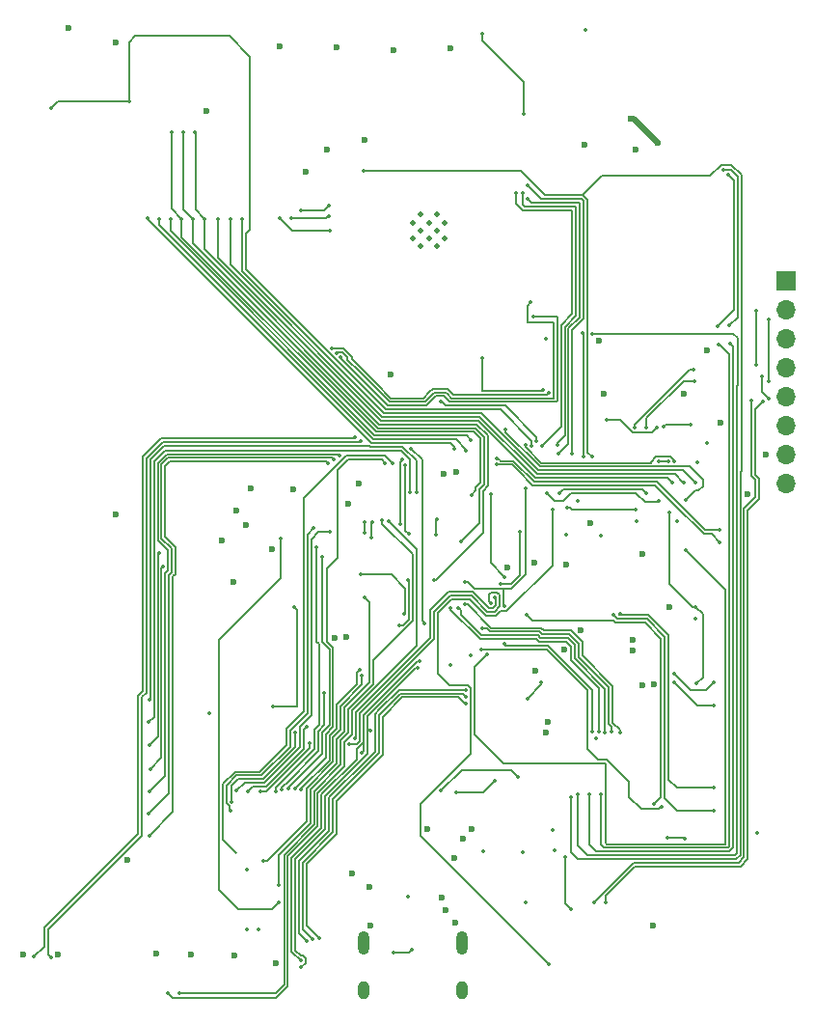
<source format=gbr>
%TF.GenerationSoftware,KiCad,Pcbnew,(6.0.11)*%
%TF.CreationDate,2023-04-23T13:39:53-07:00*%
%TF.ProjectId,EV6 Board Design,45563620-426f-4617-9264-204465736967,rev?*%
%TF.SameCoordinates,Original*%
%TF.FileFunction,Copper,L4,Bot*%
%TF.FilePolarity,Positive*%
%FSLAX46Y46*%
G04 Gerber Fmt 4.6, Leading zero omitted, Abs format (unit mm)*
G04 Created by KiCad (PCBNEW (6.0.11)) date 2023-04-23 13:39:53*
%MOMM*%
%LPD*%
G01*
G04 APERTURE LIST*
%TA.AperFunction,ComponentPad*%
%ADD10R,1.700000X1.700000*%
%TD*%
%TA.AperFunction,ComponentPad*%
%ADD11O,1.700000X1.700000*%
%TD*%
%TA.AperFunction,ComponentPad*%
%ADD12C,0.500000*%
%TD*%
%TA.AperFunction,ComponentPad*%
%ADD13O,1.000000X2.100000*%
%TD*%
%TA.AperFunction,ComponentPad*%
%ADD14O,1.000000X1.600000*%
%TD*%
%TA.AperFunction,ViaPad*%
%ADD15C,0.350000*%
%TD*%
%TA.AperFunction,ViaPad*%
%ADD16C,0.600000*%
%TD*%
%TA.AperFunction,Conductor*%
%ADD17C,0.127000*%
%TD*%
%TA.AperFunction,Conductor*%
%ADD18C,0.500000*%
%TD*%
G04 APERTURE END LIST*
D10*
%TO.P,J4,1,Pin_1*%
%TO.N,/DISP_BL*%
X272250000Y-92560000D03*
D11*
%TO.P,J4,2,Pin_2*%
%TO.N,/DISP_RSTR*%
X272250000Y-95100000D03*
%TO.P,J4,3,Pin_3*%
%TO.N,/DISP_DC*%
X272250000Y-97640000D03*
%TO.P,J4,4,Pin_4*%
%TO.N,/DISP_CS*%
X272250000Y-100180000D03*
%TO.P,J4,5,Pin_5*%
%TO.N,/DISP_SPI_SCK*%
X272250000Y-102720000D03*
%TO.P,J4,6,Pin_6*%
%TO.N,/DISP_SPI_MOSI*%
X272250000Y-105260000D03*
%TO.P,J4,7,Pin_7*%
%TO.N,GND*%
X272250000Y-107800000D03*
%TO.P,J4,8,Pin_8*%
%TO.N,/VIN*%
X272250000Y-110340000D03*
%TD*%
D12*
%TO.P,U11,41*%
%TO.N,N/C*%
X241600000Y-88185000D03*
X242300000Y-87485000D03*
X240900000Y-88885000D03*
X240200000Y-86785000D03*
X241600000Y-86785000D03*
X239500000Y-88885000D03*
X242300000Y-88885000D03*
X241600000Y-89585000D03*
X239500000Y-87485000D03*
X240900000Y-87485000D03*
X240200000Y-88185000D03*
X240200000Y-89585000D03*
%TD*%
D13*
%TO.P,J9,S1,SHIELD*%
%TO.N,unconnected-(J9-PadS1)*%
X243770000Y-150670000D03*
X235130000Y-150670000D03*
D14*
X243770000Y-154850000D03*
X235130000Y-154850000D03*
%TD*%
D15*
%TO.N,/UI_SWDIO*%
X261840000Y-141470000D03*
X263320000Y-141500000D03*
D16*
%TO.N,GND*%
X254555000Y-80655000D03*
X209290000Y-70400000D03*
%TO.N,Net-(D10-Pad1)*%
X213380000Y-71700000D03*
%TO.N,+3.3V*%
X221350000Y-77730000D03*
%TO.N,GND*%
X237550000Y-100840000D03*
X230100000Y-83050000D03*
%TO.N,+3.3V*%
X231940000Y-81050000D03*
%TO.N,GND*%
X235209500Y-80200500D03*
%TO.N,+3.3V*%
X227790000Y-72020000D03*
X232800000Y-72140000D03*
X237800000Y-72340000D03*
X242800000Y-72180000D03*
%TO.N,Net-(J15-Pad2)*%
X260980000Y-80510000D03*
X258650000Y-78400000D03*
%TO.N,/VIN*%
X259000000Y-81110000D03*
%TO.N,+3.3V*%
X265300000Y-98700000D03*
%TO.N,/VIN*%
X255863000Y-97887000D03*
%TO.N,GND*%
X256250000Y-102460000D03*
X263310000Y-102470000D03*
X266525500Y-105050000D03*
X270430000Y-107800000D03*
%TO.N,/VIN*%
X268880000Y-111320000D03*
%TO.N,GND*%
X262000000Y-121200000D03*
X259650000Y-116550000D03*
X255100878Y-113816541D03*
X252950000Y-117500000D03*
%TO.N,+3.3VA*%
X250150000Y-117300000D03*
%TO.N,GND*%
X247750000Y-117700000D03*
X243300000Y-109350000D03*
%TO.N,+3.3V*%
X242200000Y-109550000D03*
X233800000Y-112120000D03*
%TO.N,GND*%
X234750000Y-110400000D03*
%TO.N,Net-(D10-Pad1)*%
X213380000Y-113120000D03*
%TO.N,GND*%
X228960000Y-110850000D03*
X225250000Y-110820000D03*
X227100000Y-116150000D03*
X224800000Y-114050000D03*
%TO.N,+BATT*%
X224015000Y-112735000D03*
X222690000Y-115390000D03*
%TO.N,VBUS*%
X223750000Y-119000000D03*
%TO.N,+3.3V*%
X233600000Y-123850000D03*
%TO.N,GND*%
X232606611Y-123960377D03*
X251190497Y-132249503D03*
%TO.N,+3.3V*%
X251300000Y-131250000D03*
%TO.N,GND*%
X250250000Y-126770000D03*
%TO.N,+3.3VA*%
X252775000Y-124925000D03*
%TO.N,GND*%
X254240000Y-123250000D03*
X258812206Y-124092206D03*
%TO.N,+3.3VA*%
X258800000Y-125050000D03*
X259650000Y-128110000D03*
%TO.N,GND*%
X260620000Y-128010000D03*
X240733000Y-140660023D03*
%TO.N,+3.3V*%
X244655000Y-140725000D03*
%TO.N,GND*%
X243900000Y-141510000D03*
%TO.N,/VIN*%
X243120000Y-143230000D03*
%TO.N,GND*%
X214450000Y-143380000D03*
%TO.N,+3.3V*%
X205250000Y-151680000D03*
%TO.N,GND*%
X208320000Y-151660000D03*
%TO.N,+3.3V*%
X217000000Y-151610000D03*
%TO.N,GND*%
X220050000Y-151730000D03*
X227434813Y-152423000D03*
%TO.N,+3.3V*%
X223800000Y-151790000D03*
%TO.N,VBUS*%
X234125688Y-144574312D03*
X235635000Y-145785000D03*
%TO.N,GND*%
X235780000Y-149170000D03*
X242050000Y-146713000D03*
%TO.N,VBUS*%
X242360000Y-147790000D03*
%TO.N,GND*%
X243200000Y-148920000D03*
X260590000Y-149170000D03*
D15*
%TO.N,/DISP_RSTR*%
X270690000Y-95950000D03*
X270690000Y-101430000D03*
%TO.N,/DISP_CS*%
X269610000Y-99980000D03*
X269599609Y-95187104D03*
%TO.N,/DISP_SPI_MOSI*%
X270725411Y-102939103D03*
X270160000Y-101002000D03*
%TO.N,/DISP_CS*%
X238586331Y-108245758D03*
X238360000Y-113912000D03*
%TO.N,/DISP_BL*%
X238780000Y-108760000D03*
X239118801Y-114801199D03*
%TO.N,/NET_BOOT*%
X251130000Y-97660000D03*
%TO.N,/UI_RST*%
X247203563Y-119146500D03*
X248900000Y-114650000D03*
%TO.N,/UI_SWDIO*%
X229030000Y-121230000D03*
X227174713Y-129914713D03*
%TO.N,+3.3V*%
X252950000Y-114900000D03*
X244550000Y-125450000D03*
X262679913Y-113643530D03*
X251740000Y-140740000D03*
X255609462Y-132750538D03*
X251900000Y-142549500D03*
X264280000Y-122270000D03*
X249400000Y-147100000D03*
X224890378Y-149513556D03*
X265300000Y-106800000D03*
X256000000Y-114950000D03*
X259100000Y-113650000D03*
X225920000Y-149474500D03*
%TO.N,VBUS*%
X249150000Y-142700000D03*
%TO.N,GND*%
X239083725Y-146649500D03*
X253940000Y-111940000D03*
X221650000Y-130500000D03*
X245688000Y-142650000D03*
X224935000Y-144215000D03*
X242750000Y-126300000D03*
X254600000Y-70550000D03*
X264450500Y-108550000D03*
X269750000Y-141050000D03*
%TO.N,/UI_SDA*%
X229624500Y-152240000D03*
X240050000Y-125950000D03*
X234970000Y-133990000D03*
%TO.N,/UI_SCL*%
X229624500Y-152789503D03*
X235730000Y-132030000D03*
X239910562Y-126538104D03*
%TO.N,Net-(D11-Pad1)*%
X227742000Y-147154500D03*
X227860000Y-115160000D03*
%TO.N,/USB_D-*%
X239406188Y-151306188D03*
X237800000Y-151550000D03*
%TO.N,/MCLK*%
X255261051Y-132125538D03*
X247530000Y-124464047D03*
X249372000Y-110805504D03*
X262466003Y-108448500D03*
X247548500Y-121120000D03*
X244080403Y-118991217D03*
X249373725Y-106991851D03*
%TO.N,/NET_SDA*%
X206250000Y-151890000D03*
X234424500Y-106308000D03*
%TO.N,/NET_SCL*%
X207708220Y-151944041D03*
X234927130Y-106635000D03*
%TO.N,/MGMT_BOOT*%
X251460000Y-152560000D03*
X251730000Y-112653000D03*
%TO.N,/MGMT_NRST*%
X261980000Y-112930000D03*
X264360000Y-127940000D03*
X264280000Y-121180000D03*
X252880000Y-143150000D03*
X253410000Y-147710000D03*
%TO.N,/IN_3*%
X244150000Y-129670000D03*
X231250000Y-150270000D03*
X249520287Y-129259713D03*
X250774500Y-127790000D03*
%TO.N,/NET_RST*%
X255195000Y-108045000D03*
X253330000Y-137900000D03*
X235180000Y-82960000D03*
%TO.N,/UI_RST*%
X249478331Y-121910000D03*
X260660000Y-138490000D03*
%TO.N,/MIC_P*%
X230160000Y-150470000D03*
X244156500Y-128470000D03*
%TO.N,/LEDA_R*%
X222400000Y-87150000D03*
X262249964Y-110250036D03*
%TO.N,/LEDA_G*%
X223450000Y-87150000D03*
X263249397Y-110261821D03*
%TO.N,/LEDA_B*%
X224500000Y-87150000D03*
X264268261Y-110315885D03*
%TO.N,/KB_COL3*%
X230420170Y-133115000D03*
X226147000Y-137400000D03*
X233912670Y-133231671D03*
X246345000Y-120845000D03*
%TO.N,/KB_COL4*%
X246670000Y-120350000D03*
X234382573Y-132761769D03*
%TO.N,/UI_TX3*%
X237339388Y-113641212D03*
X218010000Y-155120000D03*
%TO.N,/UI_RX3*%
X236790000Y-113630000D03*
X219020000Y-155070000D03*
%TO.N,/NET_TX0_MGMT*%
X249590000Y-84220000D03*
X255968792Y-137679969D03*
X266270552Y-96540411D03*
X253473500Y-107746500D03*
X267160000Y-83285763D03*
X266331312Y-98180351D03*
%TO.N,/KB_MIC*%
X237679713Y-108570287D03*
%TO.N,/NET_RX0_MGMT*%
X254969290Y-137680604D03*
X267270000Y-96530000D03*
X252266750Y-107786750D03*
X267330000Y-98140000D03*
X249570000Y-85390000D03*
X266722000Y-82847763D03*
%TO.N,/KB_ROW5*%
X237060000Y-108570000D03*
X229144626Y-137108384D03*
%TO.N,/KB_ROW1*%
X223501000Y-139085414D03*
X230800000Y-114300000D03*
%TO.N,/KB_ROW2*%
X224028265Y-137315620D03*
X232200000Y-114650000D03*
%TO.N,/KB_ROW3*%
X231041676Y-115961775D03*
X227473000Y-137397000D03*
%TO.N,/MIC_N*%
X244156500Y-129110000D03*
X230705570Y-150344494D03*
%TO.N,/KB_ROW4*%
X231500000Y-116850000D03*
X228525200Y-137108384D03*
%TO.N,/KB_ROW6*%
X234848560Y-126749350D03*
X229684820Y-137209102D03*
%TO.N,/KB_ROW7*%
X226380000Y-143500000D03*
X235032928Y-127267000D03*
%TO.N,/LEDB_R*%
X247641224Y-105652000D03*
X243159164Y-107323319D03*
X263439628Y-111830912D03*
X216203414Y-87103046D03*
%TO.N,/LEDB_G*%
X244149583Y-107457756D03*
X217200692Y-87169691D03*
%TO.N,/LEDB_B*%
X244605068Y-106554932D03*
X218200000Y-87150000D03*
%TO.N,/SPK_LN*%
X265924500Y-129870000D03*
X262400000Y-127780000D03*
%TO.N,/SPK_LP*%
X265924500Y-127850000D03*
X262410000Y-127070000D03*
%TO.N,/HP_R*%
X257695834Y-121821500D03*
X265924500Y-137050000D03*
%TO.N,/HP_L*%
X257110000Y-121930000D03*
X265924500Y-139050000D03*
%TO.N,/KB_COL5*%
X231731500Y-128747000D03*
X227981659Y-137189108D03*
%TO.N,/KB_COL2*%
X230200000Y-131687000D03*
X225027000Y-137354767D03*
%TO.N,/BTN_RST*%
X259059238Y-112651329D03*
X207745000Y-77415000D03*
X214550000Y-76840000D03*
X252990000Y-112480000D03*
X249919030Y-107059622D03*
%TO.N,/BTN_UI*%
X252390000Y-111200000D03*
X259990000Y-111200000D03*
X249130000Y-84870000D03*
X252157938Y-106957938D03*
%TO.N,/BTN_NET*%
X251247563Y-111200000D03*
X250795000Y-107115000D03*
X261040000Y-111890000D03*
X248580641Y-84857458D03*
X245600000Y-70920000D03*
X249180000Y-77960000D03*
%TO.N,/KB_COL1*%
X229155000Y-132239000D03*
X223593000Y-138281470D03*
%TO.N,/UI_STAT*%
X238728000Y-121835000D03*
X261916500Y-108448500D03*
X261040500Y-108448500D03*
X246011901Y-125340547D03*
X263465523Y-116194477D03*
X234930000Y-118350000D03*
%TO.N,/UI_BOOT*%
X240540000Y-122641000D03*
X239330937Y-107289063D03*
X261290000Y-138740000D03*
X245520000Y-124920000D03*
X241900000Y-103150500D03*
X250356664Y-106615782D03*
%TO.N,/NET_LED_B*%
X227800000Y-87100000D03*
X232200000Y-88200000D03*
%TO.N,/NET_LED_G*%
X228799503Y-87100000D03*
X232100000Y-86900000D03*
%TO.N,/NET_LED_R*%
X229650000Y-86437000D03*
X232090000Y-86010000D03*
%TO.N,Net-(R41-Pad1)*%
X235280000Y-120380000D03*
X227710000Y-145560000D03*
%TO.N,/UI_DBG1*%
X216330000Y-129360000D03*
X239800000Y-111100000D03*
%TO.N,/UI_LED_B*%
X238300000Y-122790000D03*
X221198509Y-87150000D03*
X239055000Y-118880000D03*
X220354063Y-79575500D03*
X241350500Y-118815000D03*
%TO.N,/NET_STAT*%
X245590000Y-99400000D03*
X263888000Y-105190962D03*
X261469096Y-105418881D03*
X250901109Y-102127000D03*
%TO.N,/UI_LED_G*%
X220199006Y-87150000D03*
X243700000Y-115450000D03*
X219350000Y-79570000D03*
%TO.N,/NET_BOOT*%
X254362000Y-97190000D03*
X254473000Y-107973000D03*
X253970000Y-137660000D03*
X255238000Y-97230000D03*
%TO.N,/UI_LED_R*%
X244612104Y-111350000D03*
X219199503Y-87150000D03*
X218300000Y-79575500D03*
X247567728Y-118592272D03*
X246314023Y-111285977D03*
%TO.N,/UI_DBG2*%
X239250497Y-111100000D03*
X216320000Y-131290000D03*
%TO.N,/UI_DBG3*%
X216340000Y-133310000D03*
X217206500Y-116460000D03*
%TO.N,/UI_DBG4*%
X216450000Y-135410000D03*
X217533500Y-117620000D03*
%TO.N,/MGMT_DBG7*%
X216360000Y-141240000D03*
X251400500Y-102454000D03*
X232073935Y-108562000D03*
X256514062Y-104784062D03*
X260920000Y-105440000D03*
X232371783Y-98543990D03*
%TO.N,/NET_DBG5*%
X233030000Y-107908000D03*
X250040000Y-95750000D03*
X216360000Y-137400000D03*
X233148897Y-99321104D03*
%TO.N,/NET_DBG6*%
X249850000Y-94500000D03*
X216320000Y-139350000D03*
X232760340Y-98932547D03*
X232528897Y-108235000D03*
%TO.N,/UI_TX2_MGMT*%
X246880000Y-108720000D03*
X266430000Y-115530000D03*
%TO.N,/MGMT_SWDIO*%
X264170000Y-101360000D03*
X269220000Y-103090000D03*
X259970000Y-105462000D03*
X255400000Y-147080000D03*
%TO.N,/MGMT_SWCLK*%
X264147794Y-100360745D03*
X270217737Y-103149389D03*
X256430000Y-147080000D03*
X258940644Y-105430644D03*
%TO.N,/UI_RX2_MGMT*%
X246880000Y-108170497D03*
X266420000Y-114480000D03*
%TO.N,/I2S_DACLRC*%
X243500000Y-121291000D03*
X256355439Y-132213388D03*
X241540000Y-114850000D03*
X241575500Y-113527306D03*
%TO.N,/UI_TX1_NET*%
X235880000Y-115120000D03*
X235890000Y-113770000D03*
%TO.N,/UI_RX1_NET*%
X235270000Y-114668000D03*
X235240713Y-113761287D03*
%TO.N,/I2S_BCLK*%
X242824500Y-121291000D03*
X255810209Y-132144995D03*
%TO.N,/I2S_ADCDAT*%
X257690000Y-132190000D03*
X244075500Y-120972000D03*
%TO.N,/I2S_DACDAT*%
X256903586Y-132174818D03*
X245561808Y-123118192D03*
%TO.N,/USB_TX1_MGMT*%
X241980000Y-137310000D03*
X248690000Y-136092000D03*
%TO.N,/USB_RX1_MGMT*%
X243260000Y-137440000D03*
X246648500Y-136432000D03*
%TD*%
D17*
%TO.N,/UI_SWDIO*%
X263290000Y-141470000D02*
X263320000Y-141500000D01*
X261840000Y-141470000D02*
X263290000Y-141470000D01*
%TO.N,/UI_BOOT*%
X251232047Y-124902047D02*
X245537953Y-124902047D01*
X254810000Y-128480000D02*
X251232047Y-124902047D01*
X254810000Y-133640000D02*
X254810000Y-128480000D01*
X259508000Y-138928500D02*
X258470000Y-137890500D01*
X258470000Y-137890500D02*
X258470000Y-136527260D01*
X261101500Y-138928500D02*
X259508000Y-138928500D01*
X245537953Y-124902047D02*
X245520000Y-124920000D01*
X261290000Y-138740000D02*
X261101500Y-138928500D01*
X256542740Y-134600000D02*
X255770000Y-134600000D01*
X258470000Y-136527260D02*
X256542740Y-134600000D01*
X255770000Y-134600000D02*
X254810000Y-133640000D01*
%TO.N,/UI_RST*%
X249978331Y-122410000D02*
X249478331Y-121910000D01*
X259896500Y-122586500D02*
X257304052Y-122586500D01*
X261276000Y-123966000D02*
X259896500Y-122586500D01*
X261276000Y-137874000D02*
X261276000Y-123966000D01*
X260660000Y-138490000D02*
X261276000Y-137874000D01*
X257127552Y-122410000D02*
X249978331Y-122410000D01*
X257304052Y-122586500D02*
X257127552Y-122410000D01*
%TO.N,/NET_RST*%
X254800000Y-107650000D02*
X255195000Y-108045000D01*
X254800000Y-85455604D02*
X254800000Y-107650000D01*
X254416896Y-85072500D02*
X254800000Y-85455604D01*
X256119396Y-83370000D02*
X254416896Y-85072500D01*
X265579630Y-83370000D02*
X256119396Y-83370000D01*
X267449263Y-82409263D02*
X266540367Y-82409263D01*
X268320000Y-109240000D02*
X268320000Y-83280000D01*
X267860000Y-143310000D02*
X268236500Y-142933500D01*
X268320000Y-83280000D02*
X267449263Y-82409263D01*
X253330000Y-142710000D02*
X253930000Y-143310000D01*
X268236500Y-109323500D02*
X268320000Y-109240000D01*
X253330000Y-137900000D02*
X253330000Y-142710000D01*
X253930000Y-143310000D02*
X267860000Y-143310000D01*
X268236500Y-142933500D02*
X268236500Y-109323500D01*
X266540367Y-82409263D02*
X265579630Y-83370000D01*
%TO.N,/NET_SCL*%
X234816130Y-106746000D02*
X234927130Y-106635000D01*
X217531552Y-106746000D02*
X234816130Y-106746000D01*
X216114500Y-108163052D02*
X217531552Y-106746000D01*
X216114500Y-128710000D02*
X216114500Y-108163052D01*
X215720000Y-129104500D02*
X216114500Y-128710000D01*
X207490000Y-151725821D02*
X207490000Y-149490000D01*
X207490000Y-149490000D02*
X215720000Y-141260000D01*
X215720000Y-141260000D02*
X215720000Y-129104500D01*
X207708220Y-151944041D02*
X207490000Y-151725821D01*
%TO.N,/NET_SDA*%
X234313500Y-106419000D02*
X234424500Y-106308000D01*
X217396104Y-106419000D02*
X234313500Y-106419000D01*
X215787500Y-108027604D02*
X217396104Y-106419000D01*
X215393000Y-128969052D02*
X215787500Y-128574552D01*
X207163000Y-149354552D02*
X215393000Y-141124552D01*
X207163000Y-150977000D02*
X207163000Y-149354552D01*
X215393000Y-141124552D02*
X215393000Y-128969052D01*
X215787500Y-128574552D02*
X215787500Y-108027604D01*
X206250000Y-151890000D02*
X207163000Y-150977000D01*
%TO.N,/UI_LED_B*%
X220400000Y-79621437D02*
X220400000Y-86351491D01*
X220354063Y-79575500D02*
X220400000Y-79621437D01*
X220400000Y-86351491D02*
X221198509Y-87150000D01*
%TO.N,/UI_LED_G*%
X219350000Y-79570000D02*
X219350000Y-86300994D01*
X219350000Y-86300994D02*
X220199006Y-87150000D01*
%TO.N,/UI_LED_R*%
X218300000Y-79575500D02*
X218300000Y-86250497D01*
X218300000Y-86250497D02*
X219199503Y-87150000D01*
%TO.N,/UI_STAT*%
X266928500Y-119657454D02*
X263465523Y-116194477D01*
X256522000Y-142002000D02*
X266928500Y-142002000D01*
X266928500Y-142002000D02*
X266928500Y-119657454D01*
X256407292Y-141887292D02*
X256522000Y-142002000D01*
X244921500Y-132401500D02*
X247447000Y-134927000D01*
X256407292Y-134927000D02*
X256407292Y-141887292D01*
X244921500Y-126430948D02*
X244921500Y-132401500D01*
X246011901Y-125340547D02*
X244921500Y-126430948D01*
X247447000Y-134927000D02*
X256407292Y-134927000D01*
D18*
%TO.N,Net-(J15-Pad2)*%
X260980000Y-80510000D02*
X258870000Y-78400000D01*
X258870000Y-78400000D02*
X258650000Y-78400000D01*
D17*
%TO.N,/MCLK*%
X255261051Y-128468603D02*
X255261051Y-132125538D01*
X251367495Y-124575047D02*
X255261051Y-128468603D01*
X247641000Y-124575047D02*
X251367495Y-124575047D01*
X247530000Y-124464047D02*
X247641000Y-124575047D01*
%TO.N,/HP_L*%
X262700000Y-139050000D02*
X265924500Y-139050000D01*
X261603000Y-137953000D02*
X262700000Y-139050000D01*
X261603000Y-123830552D02*
X261603000Y-137953000D01*
X257439500Y-122259500D02*
X260031948Y-122259500D01*
X260031948Y-122259500D02*
X261603000Y-123830552D01*
X257110000Y-121930000D02*
X257439500Y-122259500D01*
%TO.N,/HP_R*%
X257610000Y-121907334D02*
X257695834Y-121821500D01*
X260167396Y-121932500D02*
X257610000Y-121932500D01*
X257610000Y-121932500D02*
X257610000Y-121907334D01*
X261930000Y-136340000D02*
X261930000Y-123695104D01*
X261930000Y-123695104D02*
X260167396Y-121932500D01*
X262640000Y-137050000D02*
X261930000Y-136340000D01*
X265924500Y-137050000D02*
X262640000Y-137050000D01*
%TO.N,/MGMT_BOOT*%
X240170000Y-141270000D02*
X251460000Y-152560000D01*
X240170000Y-138499867D02*
X240170000Y-141270000D01*
X244594500Y-134075367D02*
X240170000Y-138499867D01*
X244594500Y-128287867D02*
X244594500Y-134075367D01*
X244338133Y-128031500D02*
X244594500Y-128287867D01*
X242671500Y-128031500D02*
X244338133Y-128031500D01*
X241677500Y-127037500D02*
X242671500Y-128031500D01*
X241677500Y-121757396D02*
X241677500Y-127037500D01*
X244488971Y-120534000D02*
X242900896Y-120534000D01*
X247176529Y-121558500D02*
X246797529Y-121937500D01*
X247730133Y-121558500D02*
X247176529Y-121558500D01*
X246797529Y-121937500D02*
X245892471Y-121937500D01*
X251730000Y-117558633D02*
X247730133Y-121558500D01*
X245892471Y-121937500D02*
X244488971Y-120534000D01*
X251730000Y-112653000D02*
X251730000Y-117558633D01*
X242900896Y-120534000D02*
X241677500Y-121757396D01*
%TO.N,/NET_LED_R*%
X232090000Y-86010000D02*
X231663000Y-86437000D01*
X231663000Y-86437000D02*
X229650000Y-86437000D01*
%TO.N,/USB_TX1_MGMT*%
X243788559Y-135501441D02*
X241980000Y-137310000D01*
X248690000Y-136092000D02*
X248099441Y-135501441D01*
X248099441Y-135501441D02*
X243788559Y-135501441D01*
%TO.N,/USB_RX1_MGMT*%
X245640500Y-137440000D02*
X243260000Y-137440000D01*
X246648500Y-136432000D02*
X245640500Y-137440000D01*
%TO.N,Net-(D11-Pad1)*%
X222466000Y-146016000D02*
X222466000Y-124072000D01*
X227860000Y-118678000D02*
X227860000Y-115160000D01*
X224200000Y-147750000D02*
X222466000Y-146016000D01*
X227146500Y-147750000D02*
X224200000Y-147750000D01*
X222466000Y-124072000D02*
X227860000Y-118678000D01*
X227742000Y-147154500D02*
X227146500Y-147750000D01*
%TO.N,/KB_MIC*%
X222793000Y-141593000D02*
X224020000Y-142820000D01*
X222793000Y-136732104D02*
X222793000Y-141593000D01*
X222797000Y-136728104D02*
X222793000Y-136732104D01*
X223871604Y-135653500D02*
X222797000Y-136728104D01*
X226051812Y-135653500D02*
X223871604Y-135653500D01*
X229946000Y-130365419D02*
X228389500Y-131921919D01*
X228389500Y-133315812D02*
X226051812Y-135653500D01*
X233667000Y-107933000D02*
X229946000Y-111654000D01*
X237042426Y-107933000D02*
X233667000Y-107933000D01*
X228389500Y-131921919D02*
X228389500Y-133315812D01*
X237679713Y-108570287D02*
X237042426Y-107933000D01*
X229946000Y-111654000D02*
X229946000Y-130365419D01*
%TO.N,/DISP_RSTR*%
X270690000Y-101430000D02*
X270690000Y-95950000D01*
%TO.N,/DISP_CS*%
X269599609Y-99969609D02*
X269610000Y-99980000D01*
X269599609Y-95187104D02*
X269599609Y-99969609D01*
%TO.N,/DISP_SPI_MOSI*%
X270160000Y-101002000D02*
X270160000Y-102373692D01*
X270160000Y-102373692D02*
X270725411Y-102939103D01*
%TO.N,/NET_DBG5*%
X252070000Y-95750000D02*
X250040000Y-95750000D01*
X252165500Y-95845500D02*
X252070000Y-95750000D01*
X252165500Y-103132500D02*
X252165500Y-95845500D01*
X242740000Y-103219000D02*
X252079000Y-103219000D01*
X252079000Y-103219000D02*
X252165500Y-103132500D01*
X241514000Y-102712000D02*
X242233000Y-102712000D01*
X240680000Y-103546000D02*
X241514000Y-102712000D01*
X233148897Y-99398897D02*
X237296000Y-103546000D01*
X237296000Y-103546000D02*
X240680000Y-103546000D01*
X233148897Y-99321104D02*
X233148897Y-99398897D01*
X242233000Y-102712000D02*
X242740000Y-103219000D01*
%TO.N,/NET_BOOT*%
X254473000Y-97301000D02*
X254473000Y-107973000D01*
X254362000Y-97190000D02*
X254473000Y-97301000D01*
%TO.N,/DISP_CS*%
X238341500Y-108490589D02*
X238586331Y-108245758D01*
X238341500Y-108800000D02*
X238341500Y-108490589D01*
X238341500Y-113893500D02*
X238341500Y-108800000D01*
X238360000Y-113912000D02*
X238341500Y-113893500D01*
%TO.N,/DISP_BL*%
X238811997Y-114494395D02*
X238811997Y-108791997D01*
X238811997Y-108791997D02*
X238780000Y-108760000D01*
X239118801Y-114801199D02*
X238811997Y-114494395D01*
%TO.N,/I2S_DACLRC*%
X241540000Y-114850000D02*
X241540000Y-113562806D01*
X241540000Y-113562806D02*
X241575500Y-113527306D01*
%TO.N,/NET_RX0_MGMT*%
X254146000Y-95780221D02*
X254146000Y-85726500D01*
X254146000Y-85726500D02*
X249906500Y-85726500D01*
X249906500Y-85726500D02*
X249570000Y-85390000D01*
X253146500Y-106907000D02*
X253146500Y-96779721D01*
X253146500Y-96779721D02*
X254146000Y-95780221D01*
X252266750Y-107786750D02*
X253146500Y-106907000D01*
%TO.N,/UI_BOOT*%
X240290000Y-122391000D02*
X240540000Y-122641000D01*
X239330937Y-107289063D02*
X240290000Y-108248126D01*
X240290000Y-108248126D02*
X240290000Y-122391000D01*
%TO.N,/UI_DBG1*%
X235726887Y-107143000D02*
X238565448Y-107143000D01*
X235656887Y-107073000D02*
X235726887Y-107143000D01*
X217667000Y-107073000D02*
X235656887Y-107073000D01*
X239800000Y-108377552D02*
X239800000Y-111100000D01*
X216441500Y-108298500D02*
X217667000Y-107073000D01*
X238565448Y-107143000D02*
X239800000Y-108377552D01*
X216441500Y-129248500D02*
X216441500Y-108298500D01*
X216330000Y-129360000D02*
X216441500Y-129248500D01*
%TO.N,/UI_DBG2*%
X216768500Y-108433948D02*
X216768500Y-130841500D01*
X238430000Y-107470000D02*
X217732448Y-107470000D01*
X216768500Y-130841500D02*
X216320000Y-131290000D01*
X239250497Y-108290497D02*
X238430000Y-107470000D01*
X217732448Y-107470000D02*
X216768500Y-108433948D01*
X239250497Y-111100000D02*
X239250497Y-108290497D01*
%TO.N,/LEDB_R*%
X264291155Y-110979385D02*
X263439628Y-111830912D01*
X264543092Y-110979385D02*
X264291155Y-110979385D01*
X264931761Y-110590716D02*
X264543092Y-110979385D01*
X264931761Y-110041761D02*
X264931761Y-110590716D01*
X263776500Y-108886500D02*
X264931761Y-110041761D01*
X250648948Y-108886500D02*
X263776500Y-108886500D01*
X247641224Y-105878776D02*
X250648948Y-108886500D01*
X247641224Y-105652000D02*
X247641224Y-105878776D01*
%TO.N,/UI_RST*%
X248131052Y-119146500D02*
X247203563Y-119146500D01*
X248900000Y-118377552D02*
X248131052Y-119146500D01*
X248900000Y-114650000D02*
X248900000Y-118377552D01*
%TO.N,/UI_LED_R*%
X247567728Y-118592272D02*
X246314023Y-117338567D01*
X246314023Y-117338567D02*
X246314023Y-111285977D01*
%TO.N,/MCLK*%
X262466003Y-108377870D02*
X262466003Y-108448500D01*
X262098133Y-108010000D02*
X262466003Y-108377870D01*
X260858867Y-108010000D02*
X262098133Y-108010000D01*
X260360000Y-108508867D02*
X260858867Y-108010000D01*
X260360000Y-108559500D02*
X260360000Y-108508867D01*
X249373725Y-107148829D02*
X250784396Y-108559500D01*
X249373725Y-106991851D02*
X249373725Y-107148829D01*
X250784396Y-108559500D02*
X260360000Y-108559500D01*
%TO.N,/BTN_RST*%
X214550000Y-71700000D02*
X214550000Y-76840000D01*
X215120000Y-71130000D02*
X214550000Y-71700000D01*
X223380000Y-71130000D02*
X215120000Y-71130000D01*
X225163500Y-72913500D02*
X223380000Y-71130000D01*
X225163500Y-88106500D02*
X225163500Y-72913500D01*
X224827000Y-88443000D02*
X225163500Y-88106500D01*
X224827000Y-91618633D02*
X224827000Y-88443000D01*
X237081367Y-103873000D02*
X224827000Y-91618633D01*
X247161955Y-103873000D02*
X237081367Y-103873000D01*
X249918164Y-106629209D02*
X247161955Y-103873000D01*
X249918164Y-107058756D02*
X249918164Y-106629209D01*
X249919030Y-107059622D02*
X249918164Y-107058756D01*
%TO.N,/UI_BOOT*%
X241919500Y-103170000D02*
X241900000Y-103150500D01*
X241990000Y-103170000D02*
X241919500Y-103170000D01*
X242366000Y-103546000D02*
X241990000Y-103170000D01*
X247617593Y-103546000D02*
X242366000Y-103546000D01*
X250356664Y-106285071D02*
X247617593Y-103546000D01*
X250356664Y-106615782D02*
X250356664Y-106285071D01*
%TO.N,/UI_SWDIO*%
X229292000Y-121492000D02*
X229030000Y-121230000D01*
X229292000Y-129914713D02*
X229292000Y-121492000D01*
X227174713Y-129914713D02*
X229292000Y-129914713D01*
%TO.N,/UI_SDA*%
X234556752Y-134560933D02*
X231468000Y-137649685D01*
X231468000Y-140571792D02*
X228834000Y-143205792D01*
X240050000Y-125950000D02*
X239879240Y-125950000D01*
X235148073Y-133078850D02*
X234556752Y-133670171D01*
X235148073Y-130681167D02*
X235148073Y-133078850D01*
X239879240Y-125950000D02*
X235148073Y-130681167D01*
X231468000Y-137649685D02*
X231468000Y-140571792D01*
X234970000Y-133990000D02*
X235148073Y-133811927D01*
X228834000Y-143205792D02*
X228834000Y-151449500D01*
X234556752Y-133670171D02*
X234556752Y-134560933D01*
X228834000Y-151449500D02*
X229624500Y-152240000D01*
X235148073Y-133811927D02*
X235148073Y-133078850D01*
%TO.N,/UI_SCL*%
X235730000Y-132030000D02*
X235685073Y-131985073D01*
X229161000Y-151314052D02*
X229648448Y-151801500D01*
X230063000Y-152053000D02*
X230063000Y-152421633D01*
X235475073Y-134105060D02*
X231795000Y-137785133D01*
X231795000Y-140707240D02*
X229161000Y-143341240D01*
X235475073Y-131985073D02*
X235475073Y-134105060D01*
X229161000Y-143341240D02*
X229161000Y-151314052D01*
X229648448Y-151801500D02*
X229811500Y-151801500D01*
X239910562Y-126538104D02*
X239753584Y-126538104D01*
X229811500Y-151801500D02*
X230063000Y-152053000D01*
X229695130Y-152789503D02*
X229624500Y-152789503D01*
X235475073Y-130816615D02*
X235475073Y-131985073D01*
X235685073Y-131985073D02*
X235475073Y-131985073D01*
X231795000Y-137785133D02*
X231795000Y-140707240D01*
X230063000Y-152421633D02*
X229695130Y-152789503D01*
X239753584Y-126538104D02*
X235475073Y-130816615D01*
%TO.N,/USB_D-*%
X239162376Y-151550000D02*
X237800000Y-151550000D01*
X239406188Y-151306188D02*
X239162376Y-151550000D01*
%TO.N,/MCLK*%
X247445500Y-119584500D02*
X247437500Y-119592500D01*
X248155500Y-119584500D02*
X247445500Y-119584500D01*
X249372000Y-110805504D02*
X249372000Y-118368000D01*
X244080403Y-118991217D02*
X244331217Y-118991217D01*
X247437500Y-121009000D02*
X247548500Y-121120000D01*
X244331217Y-118991217D02*
X244924500Y-119584500D01*
X247437500Y-120910000D02*
X247437500Y-121009000D01*
X247437500Y-119592500D02*
X247437500Y-120910000D01*
X249372000Y-118368000D02*
X248155500Y-119584500D01*
X244924500Y-119584500D02*
X247445500Y-119584500D01*
%TO.N,/MGMT_NRST*%
X253410000Y-147710000D02*
X252880000Y-147180000D01*
X264943500Y-127356500D02*
X264943500Y-121843500D01*
X264943500Y-121843500D02*
X264280000Y-121180000D01*
X252880000Y-147180000D02*
X252880000Y-143150000D01*
X261980000Y-112930000D02*
X261980000Y-119180000D01*
X264360000Y-127940000D02*
X264943500Y-127356500D01*
X264000000Y-121200000D02*
X264260000Y-121200000D01*
X261980000Y-119180000D02*
X264000000Y-121200000D01*
X264260000Y-121200000D02*
X264280000Y-121180000D01*
%TO.N,/IN_3*%
X238555032Y-129124000D02*
X243464000Y-129124000D01*
X250774500Y-127790000D02*
X250774500Y-128005500D01*
X244120000Y-129700000D02*
X244150000Y-129670000D01*
X232776000Y-141113584D02*
X232776000Y-138191477D01*
X250774500Y-128005500D02*
X249520287Y-129259713D01*
X236822500Y-130856532D02*
X238555032Y-129124000D01*
X231250000Y-150270000D02*
X231250000Y-150268791D01*
X243464000Y-129124000D02*
X244120000Y-129780000D01*
X230142000Y-149160791D02*
X230142000Y-143747584D01*
X230142000Y-143747584D02*
X232776000Y-141113584D01*
X236822500Y-134144977D02*
X236822500Y-130856532D01*
X244120000Y-129780000D02*
X244120000Y-129700000D01*
X231250000Y-150268791D02*
X230142000Y-149160791D01*
X232776000Y-138191477D02*
X236822500Y-134144977D01*
%TO.N,/NET_RST*%
X254390000Y-85072500D02*
X251062633Y-85072500D01*
X251062633Y-85072500D02*
X248950133Y-82960000D01*
X248950133Y-82960000D02*
X235180000Y-82960000D01*
%TO.N,/MIC_P*%
X236168500Y-133874081D02*
X236168500Y-130585636D01*
X229488000Y-143476688D02*
X230312344Y-142652344D01*
X230312344Y-142652344D02*
X232122000Y-140842688D01*
X230160000Y-150470000D02*
X229488000Y-149798000D01*
X236168500Y-130585636D02*
X236557068Y-130197068D01*
X229488000Y-149290000D02*
X229488000Y-143476688D01*
X232122000Y-140842688D02*
X232122000Y-139290000D01*
X236557068Y-130197068D02*
X238284136Y-128470000D01*
X238284136Y-128470000D02*
X242690000Y-128470000D01*
X232122000Y-137920581D02*
X235646291Y-134396290D01*
X232122000Y-139290000D02*
X232122000Y-137920581D01*
X242690000Y-128470000D02*
X244156500Y-128470000D01*
X235646291Y-134396290D02*
X236168500Y-133874081D01*
X229488000Y-149798000D02*
X229488000Y-149290000D01*
%TO.N,/LEDA_R*%
X261867428Y-109867500D02*
X262249964Y-110250036D01*
X245229104Y-104854000D02*
X250242604Y-109867500D01*
X236675023Y-104854000D02*
X245229104Y-104854000D01*
X222400000Y-87150000D02*
X222410000Y-87160000D01*
X222410000Y-87160000D02*
X222410000Y-90588977D01*
X250242604Y-109867500D02*
X261867428Y-109867500D01*
X222410000Y-90588977D02*
X236675023Y-104854000D01*
%TO.N,/LEDA_G*%
X263199373Y-110261821D02*
X262478052Y-109540500D01*
X263249397Y-110261821D02*
X263199373Y-110261821D01*
X223450000Y-91166529D02*
X223450000Y-87150000D01*
X262478052Y-109540500D02*
X250378052Y-109540500D01*
X250378052Y-109540500D02*
X245364552Y-104527000D01*
X245364552Y-104527000D02*
X236810471Y-104527000D01*
X236810471Y-104527000D02*
X223450000Y-91166529D01*
%TO.N,/LEDA_B*%
X236945919Y-104200000D02*
X224500000Y-91754081D01*
X245500000Y-104200000D02*
X236945919Y-104200000D01*
X264268261Y-110315885D02*
X263165876Y-109213500D01*
X224500000Y-91754081D02*
X224500000Y-87150000D01*
X250513500Y-109213500D02*
X245500000Y-104200000D01*
X263165876Y-109213500D02*
X250513500Y-109213500D01*
%TO.N,/KB_COL3*%
X246186500Y-120686500D02*
X246345000Y-120845000D01*
X246662081Y-121610500D02*
X247110500Y-121162081D01*
X234821073Y-130545719D02*
X241350500Y-124016292D01*
X242765448Y-120207000D02*
X244624419Y-120207000D01*
X241350500Y-124016292D02*
X241350500Y-121621948D01*
X226617552Y-137400000D02*
X226147000Y-137400000D01*
X246027919Y-121610500D02*
X246662081Y-121610500D01*
X244624419Y-120207000D02*
X246027919Y-121610500D01*
X233912670Y-133231671D02*
X234532804Y-133231671D01*
X246186500Y-120075666D02*
X246186500Y-120686500D01*
X246871666Y-119911500D02*
X246350666Y-119911500D01*
X247110500Y-121162081D02*
X247110500Y-120150334D01*
X246350666Y-119911500D02*
X246186500Y-120075666D01*
X234821073Y-132943402D02*
X234821073Y-130545719D01*
X230420170Y-133115000D02*
X230420170Y-133597382D01*
X234532804Y-133231671D02*
X234821073Y-132943402D01*
X241350500Y-121621948D02*
X242765448Y-120207000D01*
X230420170Y-133597382D02*
X226617552Y-137400000D01*
X247110500Y-120150334D02*
X246871666Y-119911500D01*
%TO.N,/KB_COL4*%
X246163367Y-121283500D02*
X246526633Y-121283500D01*
X246783500Y-120463500D02*
X246670000Y-120350000D01*
X241023500Y-121486500D02*
X242630000Y-119880000D01*
X241023500Y-123880844D02*
X241023500Y-121486500D01*
X246783500Y-121026633D02*
X246783500Y-120463500D01*
X242630000Y-119880000D02*
X244759867Y-119880000D01*
X234382573Y-132761769D02*
X234494073Y-132650269D01*
X246526633Y-121283500D02*
X246783500Y-121026633D01*
X244759867Y-119880000D02*
X246163367Y-121283500D01*
X234494073Y-132650269D02*
X234494073Y-130410271D01*
X234494073Y-130410271D02*
X241023500Y-123880844D01*
%TO.N,/UI_TX3*%
X227481500Y-155508500D02*
X228507000Y-154483000D01*
X233474170Y-133050039D02*
X234131500Y-132392709D01*
X239820000Y-124621896D02*
X239820000Y-116121824D01*
X239820000Y-116121824D02*
X237339388Y-113641212D01*
X228507000Y-154483000D02*
X228507000Y-143070344D01*
X234131500Y-132392709D02*
X234131500Y-130310396D01*
X234131500Y-130310396D02*
X239820000Y-124621896D01*
X231141000Y-137514237D02*
X233474170Y-135181067D01*
X233474170Y-135181067D02*
X233474170Y-133050039D01*
X231141000Y-140436344D02*
X231141000Y-137514237D01*
X218010000Y-155120000D02*
X218398500Y-155508500D01*
X218398500Y-155508500D02*
X227481500Y-155508500D01*
X228507000Y-143070344D02*
X231141000Y-140436344D01*
%TO.N,/UI_RX3*%
X239493000Y-122434980D02*
X236023428Y-125904552D01*
X236790000Y-113892447D02*
X239493000Y-116595447D01*
X236023428Y-125904552D02*
X236023428Y-127956020D01*
X236023428Y-127956020D02*
X233804500Y-130174948D01*
X233804500Y-130174948D02*
X233804500Y-132257261D01*
X233147170Y-135045619D02*
X230814000Y-137378789D01*
X228180000Y-154347552D02*
X227457552Y-155070000D01*
X239493000Y-116595447D02*
X239493000Y-122434980D01*
X233804500Y-132257261D02*
X233147170Y-132914591D01*
X233147170Y-132914591D02*
X233147170Y-135045619D01*
X227457552Y-155070000D02*
X219020000Y-155070000D01*
X230814000Y-137378789D02*
X230814000Y-140300896D01*
X230814000Y-140300896D02*
X228180000Y-142934896D01*
X236790000Y-113630000D02*
X236790000Y-113892447D01*
X228180000Y-142934896D02*
X228180000Y-154347552D01*
%TO.N,/NET_TX0_MGMT*%
X256550000Y-142329000D02*
X267128552Y-142329000D01*
X267666000Y-95144963D02*
X266270552Y-96540411D01*
X256249000Y-142329000D02*
X256550000Y-142329000D01*
X267128552Y-142329000D02*
X267255500Y-142202052D01*
X267255500Y-142202052D02*
X267255500Y-133890000D01*
X267255500Y-133890000D02*
X267255500Y-99003831D01*
X267255500Y-99003831D02*
X266441669Y-98190000D01*
X254473000Y-85591052D02*
X254281448Y-85399500D01*
X267160000Y-83285763D02*
X267666000Y-83791763D01*
X266430000Y-98190000D02*
X266340961Y-98190000D01*
X255968792Y-142048792D02*
X256249000Y-142329000D01*
X250769500Y-85399500D02*
X249590000Y-84220000D01*
X254473000Y-95915669D02*
X254473000Y-85591052D01*
X266340961Y-98190000D02*
X266331312Y-98180351D01*
X253473500Y-107746500D02*
X253473500Y-96915169D01*
X255968792Y-137679969D02*
X255968792Y-142048792D01*
X253473500Y-96915169D02*
X254473000Y-95915669D01*
X267666000Y-83791763D02*
X267666000Y-95144963D01*
X266441669Y-98190000D02*
X266430000Y-98190000D01*
X254281448Y-85399500D02*
X250769500Y-85399500D01*
%TO.N,/NET_RX0_MGMT*%
X254969290Y-142049290D02*
X255576000Y-142656000D01*
X259900000Y-142656000D02*
X267264000Y-142656000D01*
X267993000Y-83415448D02*
X267993000Y-95807000D01*
X267582500Y-115190000D02*
X267582500Y-98392500D01*
X267993000Y-95807000D02*
X267270000Y-96530000D01*
X267425315Y-82847763D02*
X267993000Y-83415448D01*
X254969290Y-137680604D02*
X254969290Y-142049290D01*
X255576000Y-142656000D02*
X259900000Y-142656000D01*
X266722000Y-82847763D02*
X267425315Y-82847763D01*
X267264000Y-142656000D02*
X267582500Y-142337500D01*
X267582500Y-98392500D02*
X267330000Y-98140000D01*
X267582500Y-142010000D02*
X267582500Y-115190000D01*
X267582500Y-142337500D02*
X267582500Y-142010000D01*
%TO.N,/KB_ROW5*%
X232496500Y-124788597D02*
X231943111Y-124235208D01*
X233802448Y-108260000D02*
X232863500Y-109198948D01*
X236750000Y-108260000D02*
X233802448Y-108260000D01*
X232863500Y-116926500D02*
X231940000Y-117850000D01*
X231943111Y-124235208D02*
X231943111Y-117850000D01*
X229144626Y-137108384D02*
X231839170Y-134413840D01*
X232496500Y-131715469D02*
X232496500Y-124788597D01*
X231839170Y-132372799D02*
X232496500Y-131715469D01*
X232863500Y-109198948D02*
X232863500Y-116926500D01*
X231839170Y-134413840D02*
X231839170Y-132372799D01*
X237050000Y-108560000D02*
X236750000Y-108260000D01*
%TO.N,/KB_ROW1*%
X223370000Y-138678603D02*
X223120000Y-138428603D01*
X228716500Y-132057367D02*
X230273000Y-130500867D01*
X223120000Y-136867552D02*
X224007052Y-135980500D01*
X226187260Y-135980500D02*
X228716500Y-133451260D01*
X230273000Y-130500867D02*
X230273000Y-114827000D01*
X228716500Y-133451260D02*
X228716500Y-132057367D01*
X223120000Y-138428603D02*
X223120000Y-136867552D01*
X223370000Y-138954414D02*
X223370000Y-138678603D01*
X224007052Y-135980500D02*
X226187260Y-135980500D01*
X230273000Y-114827000D02*
X230800000Y-114300000D01*
X223501000Y-139085414D02*
X223370000Y-138954414D01*
%TO.N,/KB_ROW2*%
X230600000Y-115250000D02*
X231200000Y-114650000D01*
X231200000Y-114650000D02*
X232200000Y-114650000D01*
X226458156Y-136634500D02*
X229593000Y-133499656D01*
X230600000Y-130666867D02*
X230600000Y-115250000D01*
X224028265Y-137315620D02*
X224709385Y-136634500D01*
X229593000Y-131673867D02*
X230600000Y-130666867D01*
X229593000Y-133499656D02*
X229593000Y-131673867D01*
X224709385Y-136634500D02*
X226458156Y-136634500D01*
%TO.N,/KB_ROW3*%
X231250000Y-124466993D02*
X231041676Y-124258669D01*
X227473000Y-137007000D02*
X230858170Y-133621830D01*
X230858170Y-131966455D02*
X231250000Y-131574625D01*
X231041676Y-124258669D02*
X231041676Y-115961775D01*
X227473000Y-137397000D02*
X227473000Y-137007000D01*
X230858170Y-133621830D02*
X230858170Y-131966455D01*
X231250000Y-131574625D02*
X231250000Y-124466993D01*
%TO.N,/MIC_N*%
X236495500Y-130721084D02*
X238419584Y-128797000D01*
X243590000Y-128797000D02*
X243843500Y-128797000D01*
X238419584Y-128797000D02*
X240850000Y-128797000D01*
X229815000Y-149453924D02*
X229815000Y-143612136D01*
X229815000Y-143612136D02*
X232449000Y-140978136D01*
X240850000Y-128797000D02*
X243590000Y-128797000D01*
X232449000Y-138056029D02*
X236495500Y-134009529D01*
X230705570Y-150344494D02*
X229815000Y-149453924D01*
X236495500Y-134009529D02*
X236495500Y-130721084D01*
X232449000Y-140978136D02*
X232449000Y-138056029D01*
X243843500Y-128797000D02*
X244156500Y-129110000D01*
%TO.N,/KB_ROW4*%
X232169500Y-124924045D02*
X231500000Y-124254545D01*
X231500000Y-124254545D02*
X231500000Y-116850000D01*
X228525200Y-137084800D02*
X231512170Y-134097830D01*
X232169500Y-131580021D02*
X232169500Y-124924045D01*
X228525200Y-137108384D02*
X228525200Y-137084800D01*
X231512170Y-134097830D02*
X231512170Y-132237351D01*
X231512170Y-132237351D02*
X232169500Y-131580021D01*
%TO.N,/KB_ROW6*%
X229684820Y-137120625D02*
X229684820Y-137209102D01*
X234594428Y-127003482D02*
X234594428Y-127997676D01*
X234848560Y-126749350D02*
X234594428Y-127003482D01*
X232166170Y-134639275D02*
X229684820Y-137120625D01*
X232823500Y-131850917D02*
X232166170Y-132508247D01*
X232823500Y-129768604D02*
X232823500Y-131850917D01*
X232166170Y-132508247D02*
X232166170Y-134639275D01*
X234594428Y-127997676D02*
X232823500Y-129768604D01*
%TO.N,/KB_ROW7*%
X235032928Y-128021624D02*
X233150500Y-129904052D01*
X232493170Y-132643695D02*
X232493170Y-134774723D01*
X232493170Y-134774723D02*
X230160000Y-137107893D01*
X233150500Y-129904052D02*
X233150500Y-131986365D01*
X226690000Y-143500000D02*
X226380000Y-143500000D01*
X230160000Y-137107893D02*
X230160000Y-140030000D01*
X230160000Y-140030000D02*
X226690000Y-143500000D01*
X233150500Y-131986365D02*
X232493170Y-132643695D01*
X235032928Y-127267000D02*
X235032928Y-128021624D01*
%TO.N,/LEDB_R*%
X243159164Y-107149072D02*
X242826092Y-106816000D01*
X216203414Y-87157079D02*
X216203414Y-87103046D01*
X235862335Y-106816000D02*
X216203414Y-87157079D01*
X243159164Y-107323319D02*
X243159164Y-107149072D01*
X242826092Y-106816000D02*
X235862335Y-106816000D01*
%TO.N,/LEDB_G*%
X243263176Y-106489000D02*
X235997783Y-106489000D01*
X217200692Y-87691909D02*
X217200692Y-87169691D01*
X244149583Y-107375407D02*
X243263176Y-106489000D01*
X235997783Y-106489000D02*
X217200692Y-87691909D01*
X244149583Y-107457756D02*
X244149583Y-107375407D01*
%TO.N,/LEDB_B*%
X244605068Y-106554932D02*
X244212136Y-106162000D01*
X218200000Y-88228769D02*
X218200000Y-87150000D01*
X244212136Y-106162000D02*
X236133231Y-106162000D01*
X236133231Y-106162000D02*
X218200000Y-88228769D01*
%TO.N,/SPK_LN*%
X262400000Y-127780000D02*
X264490000Y-129870000D01*
X264490000Y-129870000D02*
X265924500Y-129870000D01*
%TO.N,/SPK_LP*%
X262410000Y-127080000D02*
X262410000Y-127070000D01*
X265924500Y-127850000D02*
X265244500Y-128530000D01*
X263860000Y-128530000D02*
X262410000Y-127080000D01*
X265244500Y-128530000D02*
X263860000Y-128530000D01*
%TO.N,/KB_COL5*%
X228343567Y-136669884D02*
X228350116Y-136669884D01*
X231185170Y-132101903D02*
X231731500Y-131555573D01*
X228350116Y-136669884D02*
X231185170Y-133834830D01*
X227981659Y-137189108D02*
X227960000Y-137167449D01*
X231731500Y-131555573D02*
X231731500Y-128747000D01*
X227960000Y-137167449D02*
X227960000Y-137053451D01*
X231185170Y-133834830D02*
X231185170Y-132101903D01*
X227960000Y-137053451D02*
X228343567Y-136669884D01*
%TO.N,/KB_COL2*%
X225027000Y-137354767D02*
X225420267Y-136961500D01*
X226593604Y-136961500D02*
X229920000Y-133635104D01*
X229920000Y-133635104D02*
X229920000Y-131967000D01*
X229920000Y-131967000D02*
X230200000Y-131687000D01*
X225420267Y-136961500D02*
X226593604Y-136961500D01*
%TO.N,/BTN_RST*%
X207745000Y-77415000D02*
X208320000Y-76840000D01*
X252990000Y-112480000D02*
X253278331Y-112480000D01*
X253428331Y-112630000D02*
X259037909Y-112630000D01*
X208320000Y-76840000D02*
X214550000Y-76840000D01*
X259037909Y-112630000D02*
X259059238Y-112651329D01*
X253278331Y-112480000D02*
X253428331Y-112630000D01*
%TO.N,/BTN_UI*%
X249295169Y-86053500D02*
X253816887Y-86053500D01*
X252726000Y-110864000D02*
X252390000Y-111200000D01*
X249130000Y-85888331D02*
X249295169Y-86053500D01*
X252819500Y-106149384D02*
X252157938Y-106810946D01*
X259654000Y-110864000D02*
X252726000Y-110864000D01*
X253816887Y-95646886D02*
X252819500Y-96644273D01*
X249130000Y-84870000D02*
X249130000Y-85888331D01*
X252157938Y-106810946D02*
X252157938Y-106957938D01*
X253816887Y-86053500D02*
X253816887Y-95646886D01*
X259990000Y-111200000D02*
X259654000Y-110864000D01*
X252819500Y-96644273D02*
X252819500Y-106149384D01*
%TO.N,/BTN_NET*%
X251247563Y-111200000D02*
X251911063Y-111863500D01*
X253489887Y-95511438D02*
X252492500Y-96508825D01*
X253379000Y-111191000D02*
X259041000Y-111191000D01*
X252706500Y-111863500D02*
X253379000Y-111191000D01*
X259870000Y-112020000D02*
X260910000Y-112020000D01*
X251911063Y-111863500D02*
X252706500Y-111863500D01*
X260910000Y-112020000D02*
X261040000Y-111890000D01*
X259041000Y-111191000D02*
X259870000Y-112020000D01*
X253489887Y-86380500D02*
X253489887Y-95511438D01*
X249180000Y-75124775D02*
X249180000Y-77960000D01*
X249159721Y-86380500D02*
X253489887Y-86380500D01*
X252492500Y-96508825D02*
X252492500Y-105417500D01*
X245600000Y-70920000D02*
X245600000Y-71544775D01*
X245600000Y-71544775D02*
X249180000Y-75124775D01*
X248580641Y-84857458D02*
X248580641Y-85801420D01*
X248580641Y-85801420D02*
X249159721Y-86380500D01*
X252492500Y-105417500D02*
X250795000Y-107115000D01*
%TO.N,/KB_COL1*%
X224142500Y-136307500D02*
X223589765Y-136860235D01*
X229155000Y-132239000D02*
X229155000Y-133475208D01*
X223589765Y-138278235D02*
X223593000Y-138281470D01*
X229155000Y-133475208D02*
X226322708Y-136307500D01*
X223589765Y-136860235D02*
X223589765Y-138278235D01*
X226322708Y-136307500D02*
X224142500Y-136307500D01*
%TO.N,/UI_STAT*%
X238839000Y-119609000D02*
X237580000Y-118350000D01*
X238839000Y-121724000D02*
X238839000Y-119609000D01*
X238728000Y-121835000D02*
X238839000Y-121724000D01*
X237580000Y-118350000D02*
X234930000Y-118350000D01*
X261040500Y-108448500D02*
X261916500Y-108448500D01*
%TO.N,/NET_LED_B*%
X227800000Y-87100000D02*
X228900000Y-88200000D01*
X228900000Y-88200000D02*
X232200000Y-88200000D01*
%TO.N,/NET_LED_G*%
X228799503Y-87100000D02*
X231900000Y-87100000D01*
X231900000Y-87100000D02*
X232100000Y-86900000D01*
%TO.N,Net-(R41-Pad1)*%
X235696428Y-127820572D02*
X233477500Y-130039500D01*
X230487000Y-137243341D02*
X230487000Y-140165448D01*
X230487000Y-140165448D02*
X227710000Y-142942448D01*
X233477500Y-132121813D02*
X232820170Y-132779143D01*
X227710000Y-142942448D02*
X227710000Y-145560000D01*
X233477500Y-130039500D02*
X233477500Y-132121813D01*
X235696428Y-120796428D02*
X235696428Y-127820572D01*
X232820170Y-132779143D02*
X232820170Y-134910171D01*
X235280000Y-120380000D02*
X235696428Y-120796428D01*
X232820170Y-134910171D02*
X230487000Y-137243341D01*
%TO.N,/UI_LED_B*%
X241535000Y-118815000D02*
X245650523Y-114699477D01*
X245093656Y-105181000D02*
X236539575Y-105181000D01*
X241350500Y-118815000D02*
X241535000Y-118815000D01*
X239166000Y-118991000D02*
X239055000Y-118880000D01*
X246080000Y-106167344D02*
X245093656Y-105181000D01*
X239166000Y-121290000D02*
X239166000Y-118991000D01*
X221180000Y-89821425D02*
X221180000Y-87168509D01*
X239166000Y-122294000D02*
X239166000Y-121290000D01*
X246080000Y-110581669D02*
X246080000Y-106167344D01*
X238300000Y-122790000D02*
X238670000Y-122790000D01*
X221180000Y-87168509D02*
X221198509Y-87150000D01*
X245650523Y-114699477D02*
X245650523Y-111011146D01*
X245650523Y-111011146D02*
X246080000Y-110581669D01*
X238670000Y-122790000D02*
X239166000Y-122294000D01*
X236539575Y-105181000D02*
X221180000Y-89821425D01*
%TO.N,/NET_STAT*%
X250790109Y-102238000D02*
X250901109Y-102127000D01*
X263888000Y-105190962D02*
X261697015Y-105190962D01*
X245590000Y-99400000D02*
X245590000Y-102230000D01*
X245590000Y-102230000D02*
X245598000Y-102238000D01*
X261697015Y-105190962D02*
X261469096Y-105418881D01*
X245598000Y-102238000D02*
X246530000Y-102238000D01*
X246530000Y-102238000D02*
X250790109Y-102238000D01*
%TO.N,/UI_LED_G*%
X245323523Y-113826477D02*
X243700000Y-115450000D01*
X236404127Y-105508000D02*
X244958208Y-105508000D01*
X220199006Y-87150000D02*
X220199006Y-89302879D01*
X245753000Y-110446221D02*
X245323523Y-110875698D01*
X244958208Y-105508000D02*
X245753000Y-106302792D01*
X220199006Y-89302879D02*
X236404127Y-105508000D01*
X245323523Y-110875698D02*
X245323523Y-113826477D01*
X245753000Y-106302792D02*
X245753000Y-110446221D01*
%TO.N,/NET_BOOT*%
X267993000Y-97630000D02*
X267993000Y-101700000D01*
X267909500Y-101783500D02*
X267909500Y-142798052D01*
X267593000Y-97230000D02*
X267993000Y-97630000D01*
X254795448Y-142983000D02*
X253970000Y-142157552D01*
X253970000Y-142157552D02*
X253970000Y-137660000D01*
X267909500Y-142798052D02*
X267724552Y-142983000D01*
X255238000Y-97230000D02*
X267593000Y-97230000D01*
X267724552Y-142983000D02*
X254795448Y-142983000D01*
X267993000Y-101700000D02*
X267909500Y-101783500D01*
%TO.N,/UI_LED_R*%
X244996523Y-110740250D02*
X245426000Y-110310773D01*
X245426000Y-106438240D02*
X244822760Y-105835000D01*
X244612104Y-111350000D02*
X244996523Y-110965581D01*
X245426000Y-110310773D02*
X245426000Y-106438240D01*
X236268679Y-105835000D02*
X219199503Y-88765824D01*
X244822760Y-105835000D02*
X236268679Y-105835000D01*
X244996523Y-110965581D02*
X244996523Y-110740250D01*
X219199503Y-88765824D02*
X219199503Y-87150000D01*
%TO.N,/UI_DBG3*%
X217095500Y-132554500D02*
X217095500Y-127660000D01*
X217095500Y-127660000D02*
X217095500Y-116571000D01*
X216340000Y-133310000D02*
X217095500Y-132554500D01*
X217095500Y-116571000D02*
X217206500Y-116460000D01*
%TO.N,/UI_DBG4*%
X217422500Y-134437500D02*
X217422500Y-129400000D01*
X216450000Y-135410000D02*
X217422500Y-134437500D01*
X217422500Y-129400000D02*
X217422500Y-117731000D01*
X217422500Y-117731000D02*
X217533500Y-117620000D01*
%TO.N,/MGMT_DBG7*%
X232371783Y-98543990D02*
X232421726Y-98494047D01*
X218626000Y-115935604D02*
X218434448Y-115744052D01*
X218403500Y-139196500D02*
X218403500Y-135960000D01*
X260460000Y-105900000D02*
X260920000Y-105440000D01*
X234152448Y-99242448D02*
X234152448Y-99477552D01*
X251289500Y-102565000D02*
X251400500Y-102454000D01*
X257674062Y-104784062D02*
X258790000Y-105900000D01*
X218403500Y-119090000D02*
X218403500Y-118530000D01*
X218626000Y-117450000D02*
X218626000Y-115935604D01*
X233404047Y-98494047D02*
X234152448Y-99242448D01*
X217749500Y-108840292D02*
X218138792Y-108451000D01*
X242503896Y-102058000D02*
X242695448Y-102249552D01*
X256514062Y-104784062D02*
X257674062Y-104784062D01*
X218138792Y-108451000D02*
X228700000Y-108451000D01*
X240950552Y-102350552D02*
X241243104Y-102058000D01*
X217749500Y-114490000D02*
X217749500Y-108840292D01*
X240409104Y-102892000D02*
X240950552Y-102350552D01*
X228700000Y-108451000D02*
X231962935Y-108451000D01*
X243010896Y-102565000D02*
X243160000Y-102565000D01*
X231962935Y-108451000D02*
X232073935Y-108562000D01*
X218626000Y-118307500D02*
X218626000Y-117450000D01*
X258790000Y-105900000D02*
X260460000Y-105900000D01*
X217749500Y-115059104D02*
X217749500Y-114490000D01*
X237566896Y-102892000D02*
X238580000Y-102892000D01*
X238580000Y-102892000D02*
X240409104Y-102892000D01*
X216360000Y-141240000D02*
X218403500Y-139196500D01*
X234152448Y-99477552D02*
X236272448Y-101597552D01*
X232421726Y-98494047D02*
X233404047Y-98494047D01*
X241243104Y-102058000D02*
X241514000Y-102058000D01*
X242695448Y-102249552D02*
X243010896Y-102565000D01*
X236272448Y-101597552D02*
X237566896Y-102892000D01*
X218403500Y-118530000D02*
X218626000Y-118307500D01*
X218434448Y-115744052D02*
X217749500Y-115059104D01*
X243160000Y-102565000D02*
X251289500Y-102565000D01*
X241514000Y-102058000D02*
X242503896Y-102058000D01*
X218403500Y-135960000D02*
X218403500Y-119090000D01*
%TO.N,/NET_DBG5*%
X217749500Y-118240000D02*
X217972000Y-118017500D01*
X217095500Y-108569396D02*
X217867896Y-107797000D01*
X217749500Y-129710000D02*
X217749500Y-120980000D01*
X217972000Y-118017500D02*
X217972000Y-116206500D01*
X224750000Y-107797000D02*
X232919000Y-107797000D01*
X217749500Y-136010500D02*
X217749500Y-129710000D01*
X216360000Y-137400000D02*
X217749500Y-136010500D01*
X217867896Y-107797000D02*
X224750000Y-107797000D01*
X217749500Y-120980000D02*
X217749500Y-118240000D01*
X217095500Y-115330000D02*
X217095500Y-108569396D01*
X217972000Y-116206500D02*
X217095500Y-115330000D01*
X232919000Y-107797000D02*
X233030000Y-107908000D01*
%TO.N,/NET_DBG6*%
X218003344Y-108124000D02*
X221160000Y-108124000D01*
X216320000Y-139350000D02*
X218076500Y-137593500D01*
X249570000Y-96250000D02*
X249570000Y-94780000D01*
X242521724Y-102538276D02*
X242875448Y-102892000D01*
X218076500Y-118390000D02*
X218299000Y-118167500D01*
X218299000Y-118167500D02*
X218299000Y-117882052D01*
X218076500Y-134920000D02*
X218076500Y-118390000D01*
X218299000Y-116071052D02*
X217422500Y-115194552D01*
X242875448Y-102892000D02*
X243330000Y-102892000D01*
X243330000Y-102892000D02*
X251838500Y-102892000D01*
X241378552Y-102385000D02*
X242368448Y-102385000D01*
X217422500Y-108704844D02*
X218003344Y-108124000D01*
X233736224Y-99523776D02*
X234796224Y-100583776D01*
X233736224Y-99288298D02*
X233736224Y-99523776D01*
X240544552Y-103219000D02*
X241378552Y-102385000D01*
X218299000Y-117882052D02*
X218299000Y-116071052D01*
X217422500Y-115194552D02*
X217422500Y-113950000D01*
X242368448Y-102385000D02*
X242521724Y-102538276D01*
X251808500Y-96250000D02*
X249570000Y-96250000D01*
X221160000Y-108124000D02*
X232417897Y-108124000D01*
X237431448Y-103219000D02*
X240544552Y-103219000D01*
X232810283Y-98882604D02*
X233330530Y-98882604D01*
X232760340Y-98932547D02*
X232810283Y-98882604D01*
X251838500Y-102892000D02*
X251838500Y-96280000D01*
X234796224Y-100583776D02*
X237431448Y-103219000D01*
X218076500Y-137593500D02*
X218076500Y-134920000D01*
X232417897Y-108124000D02*
X232528897Y-108235000D01*
X217422500Y-113950000D02*
X217422500Y-108704844D01*
X251838500Y-96280000D02*
X251808500Y-96250000D01*
X233330530Y-98882604D02*
X233736224Y-99288298D01*
X249570000Y-94780000D02*
X249850000Y-94500000D01*
%TO.N,/UI_TX2_MGMT*%
X260744937Y-110537000D02*
X262413969Y-112206032D01*
X252760000Y-110537000D02*
X260744937Y-110537000D01*
X265014937Y-114807000D02*
X265285833Y-114807000D01*
X246880000Y-108720000D02*
X248170208Y-108720000D01*
X262413969Y-112206032D02*
X265014937Y-114807000D01*
X265285833Y-114807000D02*
X265707000Y-114807000D01*
X265707000Y-114807000D02*
X266430000Y-115530000D01*
X248170208Y-108720000D02*
X248760104Y-109309896D01*
X249987208Y-110537000D02*
X252760000Y-110537000D01*
X248760104Y-109309896D02*
X249987208Y-110537000D01*
%TO.N,/MGMT_SWDIO*%
X263251669Y-101360000D02*
X264170000Y-101360000D01*
X268563500Y-143174831D02*
X268563500Y-133830000D01*
X262990000Y-143637000D02*
X268101331Y-143637000D01*
X258843000Y-143637000D02*
X262990000Y-143637000D01*
X269220000Y-109720000D02*
X269220000Y-103090000D01*
X269570000Y-111568331D02*
X269570000Y-110070000D01*
X259970000Y-104641669D02*
X263251669Y-101360000D01*
X268563500Y-115740000D02*
X268563500Y-112574831D01*
X255400000Y-147080000D02*
X258843000Y-143637000D01*
X259970000Y-105462000D02*
X259970000Y-104641669D01*
X269570000Y-110070000D02*
X269220000Y-109720000D01*
X268563500Y-133830000D02*
X268563500Y-115740000D01*
X268563500Y-112574831D02*
X269570000Y-111568331D01*
X268101331Y-143637000D02*
X268563500Y-143174831D01*
%TO.N,/MGMT_SWCLK*%
X269547000Y-103820126D02*
X269547000Y-107300000D01*
X270217737Y-103149389D02*
X269547000Y-103820126D01*
X263788476Y-100360745D02*
X264147794Y-100360745D01*
X268236779Y-143964000D02*
X258978448Y-143964000D01*
X269897000Y-111703779D02*
X269180389Y-112420390D01*
X268890500Y-143310279D02*
X268236779Y-143964000D01*
X269547000Y-107300000D02*
X269547000Y-109584552D01*
X269180389Y-112420390D02*
X268890500Y-112710279D01*
X268890500Y-113530000D02*
X268890500Y-143310279D01*
X258940644Y-105208577D02*
X263788476Y-100360745D01*
X258940644Y-105430644D02*
X258940644Y-105208577D01*
X256430000Y-146512448D02*
X256430000Y-147080000D01*
X269547000Y-109584552D02*
X269897000Y-109934552D01*
X269897000Y-109934552D02*
X269897000Y-111703779D01*
X268890500Y-112710279D02*
X268890500Y-113530000D01*
X258978448Y-143964000D02*
X256430000Y-146512448D01*
%TO.N,/UI_RX2_MGMT*%
X257405500Y-110194500D02*
X260864885Y-110194500D01*
X247061633Y-108281500D02*
X247173133Y-108393000D01*
X248305656Y-108393000D02*
X250122656Y-110210000D01*
X250122656Y-110210000D02*
X257390000Y-110210000D01*
X257390000Y-110210000D02*
X257405500Y-110194500D01*
X247173133Y-108393000D02*
X248305656Y-108393000D01*
X265150385Y-114480000D02*
X266420000Y-114480000D01*
X246991003Y-108281500D02*
X247061633Y-108281500D01*
X246880000Y-108170497D02*
X246991003Y-108281500D01*
X260864885Y-110194500D02*
X265150385Y-114480000D01*
%TO.N,/I2S_DACLRC*%
X256355439Y-132213388D02*
X256355439Y-128370543D01*
X250452948Y-123698547D02*
X246410000Y-123698547D01*
X244417094Y-122592905D02*
X243767094Y-121942905D01*
X246410000Y-123698547D02*
X245522736Y-123698547D01*
X250675448Y-123921047D02*
X250452948Y-123698547D01*
X243717000Y-121540000D02*
X243717000Y-121508000D01*
X253715500Y-124533052D02*
X253103495Y-123921047D01*
X253103495Y-123921047D02*
X250675448Y-123921047D01*
X245522736Y-123698547D02*
X244417094Y-122592905D01*
X243767094Y-121942905D02*
X243717000Y-121892811D01*
X253715500Y-125730604D02*
X253715500Y-124533052D01*
X243717000Y-121892811D02*
X243717000Y-121540000D01*
X256355439Y-128370543D02*
X253715500Y-125730604D01*
X243717000Y-121508000D02*
X243500000Y-121291000D01*
%TO.N,/UI_TX1_NET*%
X235880000Y-113780000D02*
X235890000Y-113770000D01*
X235880000Y-115120000D02*
X235880000Y-113780000D01*
%TO.N,/UI_RX1_NET*%
X235240713Y-114638713D02*
X235270000Y-114668000D01*
X235240713Y-113761287D02*
X235240713Y-114638713D01*
%TO.N,/I2S_BCLK*%
X250540000Y-124248047D02*
X252968047Y-124248047D01*
X253388500Y-125866052D02*
X255810209Y-128287761D01*
X242824500Y-121462759D02*
X245387288Y-124025547D01*
X255810209Y-128287761D02*
X255810209Y-132144995D01*
X242824500Y-121291000D02*
X242824500Y-121462759D01*
X245387288Y-124025547D02*
X250317500Y-124025547D01*
X252968047Y-124248047D02*
X253388500Y-124668500D01*
X253388500Y-124668500D02*
X253388500Y-125866052D01*
X250317500Y-124025547D02*
X250540000Y-124248047D01*
%TO.N,/I2S_ADCDAT*%
X253374391Y-123267047D02*
X254390672Y-124283328D01*
X254390672Y-125480880D02*
X257039034Y-128129242D01*
X250965448Y-123267047D02*
X253374391Y-123267047D01*
X244294448Y-120972000D02*
X246366995Y-123044547D01*
X246366995Y-123044547D02*
X250742948Y-123044547D01*
X244075500Y-120972000D02*
X244294448Y-120972000D01*
X250742948Y-123044547D02*
X250965448Y-123267047D01*
X257039034Y-131344147D02*
X257690000Y-131995113D01*
X257690000Y-131995113D02*
X257690000Y-132190000D01*
X254390672Y-124283328D02*
X254390672Y-125480880D01*
X257039034Y-128129242D02*
X257039034Y-131344147D01*
%TO.N,/I2S_DACDAT*%
X256903586Y-131671147D02*
X256903586Y-132174818D01*
X250830000Y-123594047D02*
X253238943Y-123594047D01*
X254063672Y-125616328D02*
X256682439Y-128235095D01*
X245561808Y-123118192D02*
X245978192Y-123118192D01*
X250607500Y-123371547D02*
X250830000Y-123594047D01*
X245978192Y-123118192D02*
X246231547Y-123371547D01*
X253238943Y-123594047D02*
X254063672Y-124418776D01*
X254063672Y-124418776D02*
X254063672Y-125616328D01*
X246231547Y-123371547D02*
X250607500Y-123371547D01*
X256682439Y-131450000D02*
X256903586Y-131671147D01*
X256682439Y-128235095D02*
X256682439Y-131450000D01*
%TD*%
M02*

</source>
